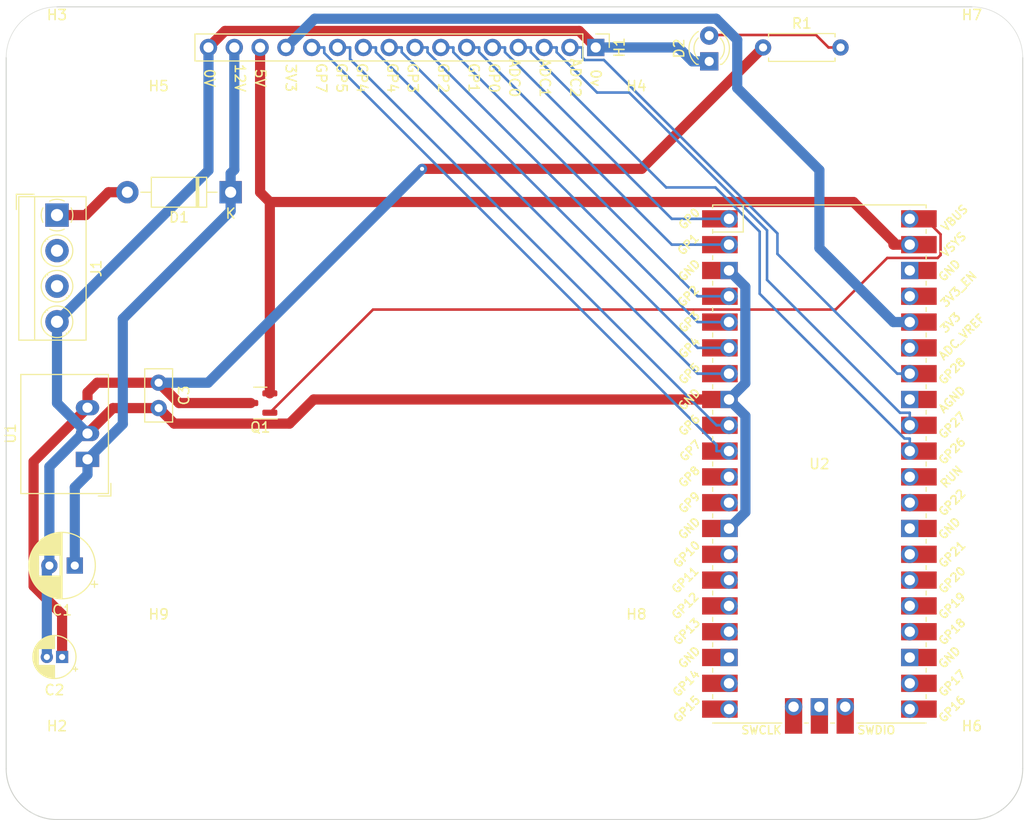
<source format=kicad_pcb>
(kicad_pcb (version 20211014) (generator pcbnew)
  (layers (0 "F.Cu" signal) (31 "B.Cu" signal) (34 "B.Paste" user) (35 "F.Paste" user) (36 "B.SilkS" user "B.Silkscreen") (37 "F.SilkS" user "F.Silkscreen") (38 "B.Mask" user) (39 "F.Mask" user) (44 "Edge.Cuts" user))
  (net 0 "")
  (net 1 "/ADC2")
  (net 2 "/ADC1")
  (net 3 "/ADC0")
  (net 4 "/GP0")
  (net 5 "/GP1")
  (net 6 "/GP2")
  (net 7 "/GP3")
  (net 8 "/GP4")
  (net 9 "/GP5")
  (net 10 "/GP6")
  (net 11 "/GP7")
  (net 12 "/3.3V")
  (net 13 "/5V")
  (net 14 "/12V")
  (net 15 "/GP8")
  (net 16 "/GP9")
  (net 17 "GND")
  (net 18 "Net-(D2-Pad2)")
  (net 45 "Net-(Q1-Pad1)")
  (net 46 "/VSYS")
  (net 47 "/12in")
  (footprint "Converter_DCDC:Converter_DCDC_RECOM_R-78E-0.5_THT" (layer "F.Cu") (at 63 79.54 90)
    (fp_text reference "U1" (at 2.54 -7.56 90) (layer "F.SilkS"))
    (fp_text value "R-78E5.0-1.0")
    (pad "1" thru_hole rect (at 0 0 90) (size 1.5 2.3) (drill 1) (layers *.Cu *.Mask) (net 14 "/12V"))
    (pad "2" thru_hole oval (at 2.54 0 90) (size 1.5 2.3) (drill 1) (layers *.Cu *.Mask) (net 17 "GND"))
    (pad "3" thru_hole oval (at 5.08 0 90) (size 1.5 2.3) (drill 1) (layers *.Cu *.Mask) (net 13 "/5V"))
  )
  (footprint "MountingHole:MountingHole_3.2mm_M3" (layer "F.Cu") (at 117 99)
    (fp_text reference "H8" (at 0 -4.2) (layer "F.SilkS"))
    (fp_text value "MountingHole")
    (pad "" np_thru_hole circle (at 0 0) (size 3.2 3.2) (drill 3.2) (layers *.Cu *.Mask))
  )
  (footprint "MCU_RaspberryPi_and_Boards:RPi_Pico_SMD_TH" (layer "F.Cu") (at 135 80)
    (fp_text reference "U2" (at 0 0) (layer "F.SilkS"))
    (fp_text value "Pico")
    (fp_text user "GP12" (at -13.2 13.97 45) (layer "F.SilkS") (effects (font (size 0.8 0.8))))
    (fp_text user "SWCLK" (at -5.7 26.2) (layer "F.SilkS") (effects (font (size 0.8 0.8))))
    (fp_text user "GP13" (at -13.054 16.51 45) (layer "F.SilkS") (effects (font (size 0.8 0.8))))
    (fp_text user "GP22" (at 13.054 3.81 45) (layer "F.SilkS") (effects (font (size 0.8 0.8))))
    (fp_text user "RUN" (at 13 1.27 45) (layer "F.SilkS") (effects (font (size 0.8 0.8))))
    (fp_text user "GND" (at -12.8 19.05 45) (layer "F.SilkS") (effects (font (size 0.8 0.8))))
    (fp_text user "AGND" (at 13.054 -6.35 45) (layer "F.SilkS") (effects (font (size 0.8 0.8))))
    (fp_text user "GP27" (at 13.054 -3.8 45) (layer "F.SilkS") (effects (font (size 0.8 0.8))))
    (fp_text user "ADC_VREF" (at 14 -12.5 45) (layer "F.SilkS") (effects (font (size 0.8 0.8))))
    (fp_text user "GP7" (at -12.7 -1.3 45) (layer "F.SilkS") (effects (font (size 0.8 0.8))))
    (fp_text user "GND" (at -12.8 -19.05 45) (layer "F.SilkS") (effects (font (size 0.8 0.8))))
    (fp_text user "GP14" (at -13.1 21.59 45) (layer "F.SilkS") (effects (font (size 0.8 0.8))))
    (fp_text user "GP28" (at 13.054 -9.144 45) (layer "F.SilkS") (effects (font (size 0.8 0.8))))
    (fp_text user "3V3_EN" (at 13.7 -17.2 45) (layer "F.SilkS") (effects (font (size 0.8 0.8))))
    (fp_text user "GND" (at 12.8 6.35 45) (layer "F.SilkS") (effects (font (size 0.8 0.8))))
    (fp_text user "3V3" (at 12.9 -13.9 45) (layer "F.SilkS") (effects (font (size 0.8 0.8))))
    (fp_text user "VBUS" (at 13.3 -24.2 45) (layer "F.SilkS") (effects (font (size 0.8 0.8))))
    (fp_text user "GP2" (at -12.9 -16.51 45) (layer "F.SilkS") (effects (font (size 0.8 0.8))))
    (fp_text user "GP1" (at -12.9 -21.6 45) (layer "F.SilkS") (effects (font (size 0.8 0.8))))
    (fp_text user "GP17" (at 13.054 21.59 45) (layer "F.SilkS") (effects (font (size 0.8 0.8))))
    (fp_text user "GP10" (at -13.054 8.89 45) (layer "F.SilkS") (effects (font (size 0.8 0.8))))
    (fp_text user "GND" (at 12.8 -19.05 45) (layer "F.SilkS") (effects (font (size 0.8 0.8))))
    (fp_text user "GND" (at 12.8 19.05 45) (layer "F.SilkS") (effects (font (size 0.8 0.8))))
    (fp_text user "GP16" (at 13.054 24.13 45) (layer "F.SilkS") (effects (font (size 0.8 0.8))))
    (fp_text user "GND" (at -12.8 -6.35 45) (layer "F.SilkS") (effects (font (size 0.8 0.8))))
    (fp_text user "GND" (at -12.8 6.35 45) (layer "F.SilkS") (effects (font (size 0.8 0.8))))
    (fp_text user "VSYS" (at 13.2 -21.59 45) (layer "F.SilkS") (effects (font (size 0.8 0.8))))
    (fp_text user "GP8" (at -12.8 1.27 45) (layer "F.SilkS") (effects (font (size 0.8 0.8))))
    (fp_text user "GP0" (at -12.8 -24.13 45) (layer "F.SilkS") (effects (font (size 0.8 0.8))))
    (fp_text user "SWDIO" (at 5.6 26.2) (layer "F.SilkS") (effects (font (size 0.8 0.8))))
    (fp_text user "GP18" (at 13.054 16.51 45) (layer "F.SilkS") (effects (font (size 0.8 0.8))))
    (fp_text user "GP4" (at -12.8 -11.43 45) (layer "F.SilkS") (effects (font (size 0.8 0.8))))
    (fp_text user "GP6" (at -12.8 -3.81 45) (layer "F.SilkS") (effects (font (size 0.8 0.8))))
    (fp_text user "GP3" (at -12.8 -13.97 45) (layer "F.SilkS") (effects (font (size 0.8 0.8))))
    (fp_text user "GP9" (at -12.8 3.81 45) (layer "F.SilkS") (effects (font (size 0.8 0.8))))
    (fp_text user "GP26" (at 13.054 -1.27 45) (layer "F.SilkS") (effects (font (size 0.8 0.8))))
    (fp_text user "GP20" (at 13.054 11.43 45) (layer "F.SilkS") (effects (font (size 0.8 0.8))))
    (fp_text user "GP5" (at -12.8 -8.89 45) (layer "F.SilkS") (effects (font (size 0.8 0.8))))
    (fp_text user "GP19" (at 13.054 13.97 45) (layer "F.SilkS") (effects (font (size 0.8 0.8))))
    (fp_text user "GP21" (at 13.054 8.9 45) (layer "F.SilkS") (effects (font (size 0.8 0.8))))
    (fp_text user "GP15" (at -13.054 24.13 45) (layer "F.SilkS") (effects (font (size 0.8 0.8))))
    (fp_text user "GP11" (at -13.2 11.43 45) (layer "F.SilkS") (effects (font (size 0.8 0.8))))
    (pad "" np_thru_hole oval (at -2.725 -24) (size 1.8 1.8) (drill 1.8) (layers *.Cu *.Mask))
    (pad "" np_thru_hole oval (at -2.425 -20.97) (size 1.5 1.5) (drill 1.5) (layers *.Cu *.Mask))
    (pad "" np_thru_hole oval (at 2.425 -20.97) (size 1.5 1.5) (drill 1.5) (layers *.Cu *.Mask))
    (pad "" np_thru_hole oval (at 2.725 -24) (size 1.8 1.8) (drill 1.8) (layers *.Cu *.Mask))
    (pad "1" smd rect (at -8.89 -24.13) (size 3.5 1.7) (drill (offset -0.9 0)) (layers "F.Cu" "F.Mask") (net 4 "/GP0"))
    (pad "1" thru_hole oval (at -8.89 -24.13) (size 1.7 1.7) (drill 1.02) (layers *.Cu *.Mask) (net 4 "/GP0"))
    (pad "2" smd rect (at -8.89 -21.59) (size 3.5 1.7) (drill (offset -0.9 0)) (layers "F.Cu" "F.Mask") (net 5 "/GP1"))
    (pad "2" thru_hole oval (at -8.89 -21.59) (size 1.7 1.7) (drill 1.02) (layers *.Cu *.Mask) (net 5 "/GP1"))
    (pad "3" smd rect (at -8.89 -19.05) (size 3.5 1.7) (drill (offset -0.9 0)) (layers "F.Cu" "F.Mask") (net 17 "GND"))
    (pad "3" thru_hole rect (at -8.89 -19.05) (size 1.7 1.7) (drill 1.02) (layers *.Cu *.Mask) (net 17 "GND"))
    (pad "4" smd rect (at -8.89 -16.51) (size 3.5 1.7) (drill (offset -0.9 0)) (layers "F.Cu" "F.Mask") (net 6 "/GP2"))
    (pad "4" thru_hole oval (at -8.89 -16.51) (size 1.7 1.7) (drill 1.02) (layers *.Cu *.Mask) (net 6 "/GP2"))
    (pad "5" thru_hole oval (at -8.89 -13.97) (size 1.7 1.7) (drill 1.02) (layers *.Cu *.Mask) (net 7 "/GP3"))
    (pad "5" smd rect (at -8.89 -13.97) (size 3.5 1.7) (drill (offset -0.9 0)) (layers "F.Cu" "F.Mask") (net 7 "/GP3"))
    (pad "6" smd rect (at -8.89 -11.43) (size 3.5 1.7) (drill (offset -0.9 0)) (layers "F.Cu" "F.Mask") (net 8 "/GP4"))
    (pad "6" thru_hole oval (at -8.89 -11.43) (size 1.7 1.7) (drill 1.02) (layers *.Cu *.Mask) (net 8 "/GP4"))
    (pad "7" smd rect (at -8.89 -8.89) (size 3.5 1.7) (drill (offset -0.9 0)) (layers "F.Cu" "F.Mask") (net 9 "/GP5"))
    (pad "7" thru_hole oval (at -8.89 -8.89) (size 1.7 1.7) (drill 1.02) (layers *.Cu *.Mask) (net 9 "/GP5"))
    (pad "8" thru_hole rect (at -8.89 -6.35) (size 1.7 1.7) (drill 1.02) (layers *.Cu *.Mask) (net 17 "GND"))
    (pad "8" smd rect (at -8.89 -6.35) (size 3.5 1.7) (drill (offset -0.9 0)) (layers "F.Cu" "F.Mask") (net 17 "GND"))
    (pad "9" thru_hole oval (at -8.89 -3.81) (size 1.7 1.7) (drill 1.02) (layers *.Cu *.Mask) (net 10 "/GP6"))
    (pad "9" smd rect (at -8.89 -3.81) (size 3.5 1.7) (drill (offset -0.9 0)) (layers "F.Cu" "F.Mask") (net 10 "/GP6"))
    (pad "10" thru_hole oval (at -8.89 -1.27) (size 1.7 1.7) (drill 1.02) (layers *.Cu *.Mask) (net 11 "/GP7"))
    (pad "10" smd rect (at -8.89 -1.27) (size 3.5 1.7) (drill (offset -0.9 0)) (layers "F.Cu" "F.Mask") (net 11 "/GP7"))
    (pad "11" thru_hole oval (at -8.89 1.27) (size 1.7 1.7) (drill 1.02) (layers *.Cu *.Mask) (net 15 "/GP8"))
    (pad "11" smd rect (at -8.89 1.27) (size 3.5 1.7) (drill (offset -0.9 0)) (layers "F.Cu" "F.Mask") (net 15 "/GP8"))
    (pad "12" thru_hole oval (at -8.89 3.81) (size 1.7 1.7) (drill 1.02) (layers *.Cu *.Mask) (net 16 "/GP9"))
    (pad "12" smd rect (at -8.89 3.81) (size 3.5 1.7) (drill (offset -0.9 0)) (layers "F.Cu" "F.Mask") (net 16 "/GP9"))
    (pad "13" smd rect (at -8.89 6.35) (size 3.5 1.7) (drill (offset -0.9 0)) (layers "F.Cu" "F.Mask") (net 17 "GND"))
    (pad "13" thru_hole rect (at -8.89 6.35) (size 1.7 1.7) (drill 1.02) (layers *.Cu *.Mask) (net 17 "GND"))
    (pad "14" smd rect (at -8.89 8.89) (size 3.5 1.7) (drill (offset -0.9 0)) (layers "F.Cu" "F.Mask"))
    (pad "14" thru_hole oval (at -8.89 8.89) (size 1.7 1.7) (drill 1.02) (layers *.Cu *.Mask))
    (pad "15" smd rect (at -8.89 11.43) (size 3.5 1.7) (drill (offset -0.9 0)) (layers "F.Cu" "F.Mask"))
    (pad "15" thru_hole oval (at -8.89 11.43) (size 1.7 1.7) (drill 1.02) (layers *.Cu *.Mask))
    (pad "16" smd rect (at -8.89 13.97) (size 3.5 1.7) (drill (offset -0.9 0)) (layers "F.Cu" "F.Mask"))
    (pad "16" thru_hole oval (at -8.89 13.97) (size 1.7 1.7) (drill 1.02) (layers *.Cu *.Mask))
    (pad "17" smd rect (at -8.89 16.51) (size 3.5 1.7) (drill (offset -0.9 0)) (layers "F.Cu" "F.Mask"))
    (pad "17" thru_hole oval (at -8.89 16.51) (size 1.7 1.7) (drill 1.02) (layers *.Cu *.Mask))
    (pad "18" thru_hole rect (at -8.89 19.05) (size 1.7 1.7) (drill 1.02) (layers *.Cu *.Mask))
    (pad "18" smd rect (at -8.89 19.05) (size 3.5 1.7) (drill (offset -0.9 0)) (layers "F.Cu" "F.Mask"))
    (pad "19" thru_hole oval (at -8.89 21.59) (size 1.7 1.7) (drill 1.02) (layers *.Cu *.Mask))
    (pad "19" smd rect (at -8.89 21.59) (size 3.5 1.7) (drill (offset -0.9 0)) (layers "F.Cu" "F.Mask"))
    (pad "20" thru_hole oval (at -8.89 24.13) (size 1.7 1.7) (drill 1.02) (layers *.Cu *.Mask))
    (pad "20" smd rect (at -8.89 24.13) (size 3.5 1.7) (drill (offset -0.9 0)) (layers "F.Cu" "F.Mask"))
    (pad "21" smd rect (at 8.89 24.13) (size 3.5 1.7) (drill (offset 0.9 0)) (layers "F.Cu" "F.Mask"))
    (pad "21" thru_hole oval (at 8.89 24.13) (size 1.7 1.7) (drill 1.02) (layers *.Cu *.Mask))
    (pad "22" thru_hole oval (at 8.89 21.59) (size 1.7 1.7) (drill 1.02) (layers *.Cu *.Mask))
    (pad "22" smd rect (at 8.89 21.59) (size 3.5 1.7) (drill (offset 0.9 0)) (layers "F.Cu" "F.Mask"))
    (pad "23" smd rect (at 8.89 19.05) (size 3.5 1.7) (drill (offset 0.9 0)) (layers "F.Cu" "F.Mask"))
    (pad "23" thru_hole rect (at 8.89 19.05) (size 1.7 1.7) (drill 1.02) (layers *.Cu *.Mask))
    (pad "24" thru_hole oval (at 8.89 16.51) (size 1.7 1.7) (drill 1.02) (layers *.Cu *.Mask))
    (pad "24" smd rect (at 8.89 16.51) (size 3.5 1.7) (drill (offset 0.9 0)) (layers "F.Cu" "F.Mask"))
    (pad "25" thru_hole oval (at 8.89 13.97) (size 1.7 1.7) (drill 1.02) (layers *.Cu *.Mask))
    (pad "25" smd rect (at 8.89 13.97) (size 3.5 1.7) (drill (offset 0.9 0)) (layers "F.Cu" "F.Mask"))
    (pad "26" thru_hole oval (at 8.89 11.43) (size 1.7 1.7) (drill 1.02) (layers *.Cu *.Mask))
    (pad "26" smd rect (at 8.89 11.43) (size 3.5 1.7) (drill (offset 0.9 0)) (layers "F.Cu" "F.Mask"))
    (pad "27" thru_hole oval (at 8.89 8.89) (size 1.7 1.7) (drill 1.02) (layers *.Cu *.Mask))
    (pad "27" smd rect (at 8.89 8.89) (size 3.5 1.7) (drill (offset 0.9 0)) (layers "F.Cu" "F.Mask"))
    (pad "28" thru_hole rect (at 8.89 6.35) (size 1.7 1.7) (drill 1.02) (layers *.Cu *.Mask))
    (pad "28" smd rect (at 8.89 6.35) (size 3.5 1.7) (drill (offset 0.9 0)) (layers "F.Cu" "F.Mask"))
    (pad "29" thru_hole oval (at 8.89 3.81) (size 1.7 1.7) (drill 1.02) (layers *.Cu *.Mask))
    (pad "29" smd rect (at 8.89 3.81) (size 3.5 1.7) (drill (offset 0.9 0)) (layers "F.Cu" "F.Mask"))
    (pad "30" smd rect (at 8.89 1.27) (size 3.5 1.7) (drill (offset 0.9 0)) (layers "F.Cu" "F.Mask"))
    (pad "30" thru_hole oval (at 8.89 1.27) (size 1.7 1.7) (drill 1.02) (layers *.Cu *.Mask))
    (pad "31" smd rect (at 8.89 -1.27) (size 3.5 1.7) (drill (offset 0.9 0)) (layers "F.Cu" "F.Mask") (net 3 "/ADC0"))
    (pad "31" thru_hole oval (at 8.89 -1.27) (size 1.7 1.7) (drill 1.02) (layers *.Cu *.Mask) (net 3 "/ADC0"))
    (pad "32" thru_hole oval (at 8.89 -3.81) (size 1.7 1.7) (drill 1.02) (layers *.Cu *.Mask) (net 2 "/ADC1"))
    (pad "32" smd rect (at 8.89 -3.81) (size 3.5 1.7) (drill (offset 0.9 0)) (layers "F.Cu" "F.Mask") (net 2 "/ADC1"))
    (pad "33" smd rect (at 8.89 -6.35) (size 3.5 1.7) (drill (offset 0.9 0)) (layers "F.Cu" "F.Mask"))
    (pad "33" thru_hole rect (at 8.89 -6.35) (size 1.7 1.7) (drill 1.02) (layers *.Cu *.Mask))
    (pad "34" thru_hole oval (at 8.89 -8.89) (size 1.7 1.7) (drill 1.02) (layers *.Cu *.Mask) (net 1 "/ADC2"))
    (pad "34" smd rect (at 8.89 -8.89) (size 3.5 1.7) (drill (offset 0.9 0)) (layers "F.Cu" "F.Mask") (net 1 "/ADC2"))
    (pad "35" smd rect (at 8.89 -11.43) (size 3.5 1.7) (drill (offset 0.9 0)) (layers "F.Cu" "F.Mask"))
    (pad "35" thru_hole oval (at 8.89 -11.43) (size 1.7 1.7) (drill 1.02) (layers *.Cu *.Mask))
    (pad "36" thru_hole oval (at 8.89 -13.97) (size 1.7 1.7) (drill 1.02) (layers *.Cu *.Mask) (net 12 "/3.3V"))
    (pad "36" smd rect (at 8.89 -13.97) (size 3.5 1.7) (drill (offset 0.9 0)) (layers "F.Cu" "F.Mask") (net 12 "/3.3V"))
    (pad "37" smd rect (at 8.89 -16.51) (size 3.5 1.7) (drill (offset 0.9 0)) (layers "F.Cu" "F.Mask"))
    (pad "37" thru_hole oval (at 8.89 -16.51) (size 1.7 1.7) (drill 1.02) (layers *.Cu *.Mask))
    (pad "38" smd rect (at 8.89 -19.05) (size 3.5 1.7) (drill (offset 0.9 0)) (layers "F.Cu" "F.Mask"))
    (pad "38" thru_hole rect (at 8.89 -19.05) (size 1.7 1.7) (drill 1.02) (layers *.Cu *.Mask))
    (pad "39" thru_hole oval (at 8.89 -21.59) (size 1.7 1.7) (drill 1.02) (layers *.Cu *.Mask) (net 46 "/VSYS"))
    (pad "39" smd rect (at 8.89 -21.59) (size 3.5 1.7) (drill (offset 0.9 0)) (layers "F.Cu" "F.Mask") (net 46 "/VSYS"))
    (pad "40" smd rect (at 8.89 -24.13) (size 3.5 1.7) (drill (offset 0.9 0)) (layers "F.Cu" "F.Mask") (net 45 "Net-(Q1-Pad1)"))
    (pad "40" thru_hole oval (at 8.89 -24.13) (size 1.7 1.7) (drill 1.02) (layers *.Cu *.Mask) (net 45 "Net-(Q1-Pad1)"))
    (pad "41" thru_hole oval (at -2.54 23.9) (size 1.7 1.7) (drill 1.02) (layers *.Cu *.Mask))
    (pad "41" smd rect (at -2.54 23.9 90) (size 3.5 1.7) (drill (offset -0.9 0)) (layers "F.Cu" "F.Mask"))
    (pad "42" thru_hole rect (at 0 23.9) (size 1.7 1.7) (drill 1.02) (layers *.Cu *.Mask))
    (pad "42" smd rect (at 0 23.9 90) (size 3.5 1.7) (drill (offset -0.9 0)) (layers "F.Cu" "F.Mask"))
    (pad "43" thru_hole oval (at 2.54 23.9) (size 1.7 1.7) (drill 1.02) (layers *.Cu *.Mask))
    (pad "43" smd rect (at 2.54 23.9 90) (size 3.5 1.7) (drill (offset -0.9 0)) (layers "F.Cu" "F.Mask"))
  )
  (footprint "Capacitor_THT:CP_Radial_D4.0mm_P1.50mm" (layer "F.Cu") (at 60.5 99 180)
    (fp_text reference "C2" (at 0.75 -3.25) (layer "F.SilkS"))
    (fp_text value "4.7uF")
    (pad "1" thru_hole rect (at 0 0 180) (size 1.2 1.2) (drill 0.6) (layers *.Cu *.Mask) (net 13 "/5V"))
    (pad "2" thru_hole circle (at 1.5 0 180) (size 1.2 1.2) (drill 0.6) (layers *.Cu *.Mask) (net 17 "GND"))
  )
  (footprint "MountingHole:MountingHole_3.2mm_M3" (layer "F.Cu") (at 70 99)
    (fp_text reference "H9" (at 0 -4.2) (layer "F.SilkS"))
    (fp_text value "MountingHole")
    (pad "" np_thru_hole circle (at 0 0) (size 3.2 3.2) (drill 3.2) (layers *.Cu *.Mask))
  )
  (footprint "Resistor_THT:R_Axial_DIN0207_L6.3mm_D2.5mm_P7.62mm_Horizontal" (layer "F.Cu") (at 129.46 39)
    (fp_text reference "R1" (at 3.81 -2.37) (layer "F.SilkS"))
    (fp_text value "1k")
    (pad "1" thru_hole circle (at 0 0) (size 1.6 1.6) (drill 0.8) (layers *.Cu *.Mask) (net 13 "/5V"))
    (pad "2" thru_hole oval (at 7.62 0) (size 1.6 1.6) (drill 0.8) (layers *.Cu *.Mask) (net 18 "Net-(D2-Pad2)"))
  )
  (footprint "Diode_THT:D_DO-41_SOD81_P10.16mm_Horizontal" (layer "F.Cu") (at 77.08 53.25 180)
    (fp_text reference "D1" (at 5.08 -2.47) (layer "F.SilkS"))
    (fp_text value "1N4004")
    (fp_text user "K" (at 0 -2.1) (layer "F.SilkS"))
    (pad "1" thru_hole rect (at 0 0 180) (size 2.2 2.2) (drill 1.1) (layers *.Cu *.Mask) (net 14 "/12V"))
    (pad "2" thru_hole oval (at 10.16 0 180) (size 2.2 2.2) (drill 1.1) (layers *.Cu *.Mask) (net 47 "/12in"))
  )
  (footprint "Capacitor_THT:CP_Radial_D6.3mm_P2.50mm" (layer "F.Cu") (at 61.75 90 180)
    (fp_text reference "C1" (at 1.25 -4.4) (layer "F.SilkS"))
    (fp_text value "100uF")
    (pad "1" thru_hole rect (at 0 0 180) (size 1.6 1.6) (drill 0.8) (layers *.Cu *.Mask) (net 14 "/12V"))
    (pad "2" thru_hole circle (at 2.5 0 180) (size 1.6 1.6) (drill 0.8) (layers *.Cu *.Mask) (net 17 "GND"))
  )
  (footprint "MountingHole:MountingHole_3.2mm_M3" (layer "F.Cu") (at 117 47)
    (fp_text reference "H4" (at 0 -4.2) (layer "F.SilkS"))
    (fp_text value "MountingHole")
    (pad "" np_thru_hole circle (at 0 0) (size 3.2 3.2) (drill 3.2) (layers *.Cu *.Mask))
  )
  (footprint "Capacitor_THT:C_Disc_D5.0mm_W2.5mm_P2.50mm" (layer "F.Cu") (at 70 72 -90)
    (fp_text reference "C3" (at 1.25 -2.5 90) (layer "F.SilkS"))
    (fp_text value "100nF")
    (pad "1" thru_hole circle (at 0 0 270) (size 1.6 1.6) (drill 0.8) (layers *.Cu *.Mask) (net 13 "/5V"))
    (pad "2" thru_hole circle (at 2.5 0 270) (size 1.6 1.6) (drill 0.8) (layers *.Cu *.Mask) (net 17 "GND"))
  )
  (footprint "Connector_PinHeader_2.54mm:PinHeader_1x16_P2.54mm_Vertical" (layer "F.Cu") (at 113 39 -90)
    (fp_text reference "H1" (at 0 -2.33 -90) (layer "F.SilkS"))
    (fp_text value "Conn_01x16")
    (pad "1" thru_hole rect (at 0 0 270) (size 1.7 1.7) (drill 1) (layers *.Cu *.Mask) (net 17 "GND"))
    (pad "2" thru_hole oval (at 0 2.54 270) (size 1.7 1.7) (drill 1) (layers *.Cu *.Mask) (net 1 "/ADC2"))
    (pad "3" thru_hole oval (at 0 5.08 270) (size 1.7 1.7) (drill 1) (layers *.Cu *.Mask) (net 2 "/ADC1"))
    (pad "4" thru_hole oval (at 0 7.62 270) (size 1.7 1.7) (drill 1) (layers *.Cu *.Mask) (net 3 "/ADC0"))
    (pad "5" thru_hole oval (at 0 10.16 270) (size 1.7 1.7) (drill 1) (layers *.Cu *.Mask) (net 4 "/GP0"))
    (pad "6" thru_hole oval (at 0 12.7 270) (size 1.7 1.7) (drill 1) (layers *.Cu *.Mask) (net 5 "/GP1"))
    (pad "7" thru_hole oval (at 0 15.24 270) (size 1.7 1.7) (drill 1) (layers *.Cu *.Mask) (net 6 "/GP2"))
    (pad "8" thru_hole oval (at 0 17.78 270) (size 1.7 1.7) (drill 1) (layers *.Cu *.Mask) (net 7 "/GP3"))
    (pad "9" thru_hole oval (at 0 20.32 270) (size 1.7 1.7) (drill 1) (layers *.Cu *.Mask) (net 8 "/GP4"))
    (pad "10" thru_hole oval (at 0 22.86 270) (size 1.7 1.7) (drill 1) (layers *.Cu *.Mask) (net 9 "/GP5"))
    (pad "11" thru_hole oval (at 0 25.4 270) (size 1.7 1.7) (drill 1) (layers *.Cu *.Mask) (net 10 "/GP6"))
    (pad "12" thru_hole oval (at 0 27.94 270) (size 1.7 1.7) (drill 1) (layers *.Cu *.Mask) (net 11 "/GP7"))
    (pad "13" thru_hole oval (at 0 30.48 270) (size 1.7 1.7) (drill 1) (layers *.Cu *.Mask) (net 12 "/3.3V"))
    (pad "14" thru_hole oval (at 0 33.02 270) (size 1.7 1.7) (drill 1) (layers *.Cu *.Mask) (net 46 "/VSYS"))
    (pad "15" thru_hole oval (at 0 35.56 270) (size 1.7 1.7) (drill 1) (layers *.Cu *.Mask) (net 14 "/12V"))
    (pad "16" thru_hole oval (at 0 38.1 270) (size 1.7 1.7) (drill 1) (layers *.Cu *.Mask) (net 17 "GND"))
  )
  (footprint "MountingHole:MountingHole_3.2mm_M3" (layer "F.Cu") (at 60 40)
    (fp_text reference "H3" (at 0 -4.2) (layer "F.SilkS"))
    (fp_text value "MountingHole")
    (pad "" np_thru_hole circle (at 0 0) (size 3.2 3.2) (drill 3.2) (layers *.Cu *.Mask))
  )
  (footprint "Package_TO_SOT_SMD:SOT-23" (layer "F.Cu") (at 80 74 180)
    (fp_text reference "Q1" (at 0 -2.4) (layer "F.SilkS"))
    (fp_text value "DMG2305UX-7")
    (pad "1" smd roundrect (at -0.9375 -0.95 180) (size 1.475 0.6) (layers "F.Cu" "F.Paste" "F.Mask") (net 45 "Net-(Q1-Pad1)"))
    (pad "2" smd roundrect (at -0.9375 0.95 180) (size 1.475 0.6) (layers "F.Cu" "F.Paste" "F.Mask") (net 46 "/VSYS"))
    (pad "3" smd roundrect (at 0.9375 0 180) (size 1.475 0.6) (layers "F.Cu" "F.Paste" "F.Mask") (net 13 "/5V"))
  )
  (footprint "TerminalBlock_MetzConnect:TerminalBlock_MetzConnect_Type059_RT06304HBWC_1x04_P3.50mm_Horizontal" (layer "F.Cu") (at 60 55.5 -90)
    (fp_text reference "J1" (at 5.25 -3.86 90) (layer "F.SilkS"))
    (fp_text value "Screw_Terminal_01x04")
    (pad "1" thru_hole rect (at 0 0 270) (size 2.3 2.3) (drill 1.2) (layers *.Cu *.Mask) (net 47 "/12in"))
    (pad "2" thru_hole circle (at 3.5 0 270) (size 2.3 2.3) (drill 1.2) (layers *.Cu *.Mask))
    (pad "3" thru_hole circle (at 7 0 270) (size 2.3 2.3) (drill 1.2) (layers *.Cu *.Mask))
    (pad "4" thru_hole circle (at 10.5 0 270) (size 2.3 2.3) (drill 1.2) (layers *.Cu *.Mask) (net 17 "GND"))
  )
  (footprint "LED_THT:LED_D3.0mm" (layer "F.Cu") (at 124.16 40.37 90)
    (fp_text reference "D2" (at 1.27 -2.96 90) (layer "F.SilkS"))
    (fp_text value "LED")
    (pad "1" thru_hole rect (at 0 0 90) (size 1.8 1.8) (drill 0.9) (layers *.Cu *.Mask) (net 17 "GND"))
    (pad "2" thru_hole circle (at 2.54 0 90) (size 1.8 1.8) (drill 0.9) (layers *.Cu *.Mask) (net 18 "Net-(D2-Pad2)"))
  )
  (footprint "MountingHole:MountingHole_3.2mm_M3" (layer "F.Cu") (at 70 47)
    (fp_text reference "H5" (at 0 -4.2) (layer "F.SilkS"))
    (fp_text value "MountingHole")
    (pad "" np_thru_hole circle (at 0 0) (size 3.2 3.2) (drill 3.2) (layers *.Cu *.Mask))
  )
  (footprint "MountingHole:MountingHole_3.2mm_M3" (layer "F.Cu") (at 150 110)
    (fp_text reference "H6" (at 0 -4.2) (layer "F.SilkS"))
    (fp_text value "MountingHole")
    (pad "" np_thru_hole circle (at 0 0) (size 3.2 3.2) (drill 3.2) (layers *.Cu *.Mask))
  )
  (footprint "MountingHole:MountingHole_3.2mm_M3" (layer "F.Cu") (at 60 110)
    (fp_text reference "H2" (at 0 -4.2) (layer "F.SilkS"))
    (fp_text value "MountingHole")
    (pad "" np_thru_hole circle (at 0 0) (size 3.2 3.2) (drill 3.2) (layers *.Cu *.Mask))
  )
  (footprint "MountingHole:MountingHole_3.2mm_M3" (layer "F.Cu") (at 150 40)
    (fp_text reference "H7" (at 0 -4.2) (layer "F.SilkS"))
    (fp_text value "MountingHole")
    (pad "" np_thru_hole circle (at 0 0) (size 3.2 3.2) (drill 3.2) (layers *.Cu *.Mask))
  )
  (gr_arc (start 60 115) (mid 56.464466 113.535534) (end 55 110) (layer "Edge.Cuts") (width 0.1))
  (gr_arc (start 155 110) (mid 153.535534 113.535534) (end 150 115) (layer "Edge.Cuts") (width 0.1))
  (gr_line (start 55 110) (end 55 40) (layer "Edge.Cuts") (width 0.1))
  (gr_line (start 155 40) (end 155 110) (layer "Edge.Cuts") (width 0.1))
  (gr_line (start 60 35) (end 150 35) (layer "Edge.Cuts") (width 0.1))
  (gr_arc (start 55 40) (mid 56.464466 36.464466) (end 60 35) (layer "Edge.Cuts") (width 0.05))
  (gr_arc (start 150 35) (mid 153.535534 36.464466) (end 155 40) (layer "Edge.Cuts") (width 0.05))
  (gr_line (start 150 115) (end 60 115) (layer "Edge.Cuts") (width 0.1))
  (gr_text "12V" (at 78 42 -90) (layer "F.SilkS") (effects (font (size 1 1))))
  (gr_text "GP4" (at 93 42 -90) (layer "F.SilkS") (effects (font (size 1 1))))
  (gr_text "0v\n" (at 113 42 270) (layer "F.SilkS") (effects (font (size 1 1))))
  (gr_text "GP0" (at 103 42 270) (layer "F.SilkS") (effects (font (size 1 1))))
  (gr_text "GP7" (at 86 42 -90) (layer "F.SilkS") (effects (font (size 1 1))))
  (gr_text "5V" (at 80 42 -90) (layer "F.SilkS") (effects (font (size 1 1))))
  (gr_text "ADC2\n" (at 111 42 270) (layer "F.SilkS") (effects (font (size 1 1))))
  (gr_text "GP3" (at 95 42 -90) (layer "F.SilkS") (effects (font (size 1 1))))
  (gr_text "0V" (at 75 42 -90) (layer "F.SilkS") (effects (font (size 1 1))))
  (gr_text "3V3" (at 83 42 -90) (layer "F.SilkS") (effects (font (size 1 1))))
  (gr_text "GP1" (at 101 42 270) (layer "F.SilkS") (effects (font (size 1 1))))
  (gr_text "GP5" (at 88 42 -90) (layer "F.SilkS") (effects (font (size 1 1))))
  (gr_text "GP2\n" (at 98 42 -90) (layer "F.SilkS") (effects (font (size 1 1))))
  (gr_text "ADC1" (at 108 42 270) (layer "F.SilkS") (effects (font (size 1 1))))
  (gr_text "ADC0\n" (at 105 42 270) (layer "F.SilkS") (effects (font (size 1 1))))
  (gr_text "GP4" (at 90 42 -90) (layer "F.SilkS") (effects (font (size 1 1))))
  (segment (start 130.8709 59.322) (end 130.8709 57.3052) (width 0.254) (layer "B.Cu") (net 1))
  (segment (start 113.7968 40.2311) (end 111.9219 40.2311) (width 0.254) (layer "B.Cu") (net 1))
  (segment (start 111.6911 40.0003) (end 111.6911 39) (width 0.254) (layer "B.Cu") (net 1))
  (segment (start 110.46 39) (end 111.6911 39) (width 0.254) (layer "B.Cu") (net 1))
  (segment (start 111.9219 40.2311) (end 111.6911 40.0003) (width 0.254) (layer "B.Cu") (net 1))
  (segment (start 130.8709 57.3052) (end 113.7968 40.2311) (width 0.254) (layer "B.Cu") (net 1))
  (segment (start 142.6589 71.11) (end 130.8709 59.322) (width 0.254) (layer "B.Cu") (net 1))
  (segment (start 143.89 71.11) (end 142.6589 71.11) (width 0.254) (layer "B.Cu") (net 1))
  (segment (start 129.8494 61.8791) (end 142.9292 74.9589) (width 0.254) (layer "B.Cu") (net 2))
  (segment (start 142.9292 74.9589) (end 143.89 74.9589) (width 0.254) (layer "B.Cu") (net 2))
  (segment (start 113.1267 43.4373) (end 116.2843 43.4373) (width 0.254) (layer "B.Cu") (net 2))
  (segment (start 109.1511 39.4617) (end 113.1267 43.4373) (width 0.254) (layer "B.Cu") (net 2))
  (segment (start 143.89 76.19) (end 143.89 74.9589) (width 0.254) (layer "B.Cu") (net 2))
  (segment (start 107.92 39) (end 109.1511 39) (width 0.254) (layer "B.Cu") (net 2))
  (segment (start 129.8494 57.0024) (end 129.8494 61.8791) (width 0.254) (layer "B.Cu") (net 2))
  (segment (start 116.2843 43.4373) (end 129.8494 57.0024) (width 0.254) (layer "B.Cu") (net 2))
  (segment (start 109.1511 39) (end 109.1511 39.4617) (width 0.254) (layer "B.Cu") (net 2))
  (segment (start 106.6111 39.4617) (end 119.9277 52.7783) (width 0.254) (layer "B.Cu") (net 3))
  (segment (start 106.6111 39) (end 106.6111 39.4617) (width 0.254) (layer "B.Cu") (net 3))
  (segment (start 143.3797 77.4989) (end 143.89 77.4989) (width 0.254) (layer "B.Cu") (net 3))
  (segment (start 129.1259 63.2451) (end 143.3797 77.4989) (width 0.254) (layer "B.Cu") (net 3))
  (segment (start 119.9277 52.7783) (end 124.7766 52.7783) (width 0.254) (layer "B.Cu") (net 3))
  (segment (start 143.89 78.73) (end 143.89 77.4989) (width 0.254) (layer "B.Cu") (net 3))
  (segment (start 129.1259 57.1276) (end 129.1259 63.2451) (width 0.254) (layer "B.Cu") (net 3))
  (segment (start 105.38 39) (end 106.6111 39) (width 0.254) (layer "B.Cu") (net 3))
  (segment (start 124.7766 52.7783) (end 129.1259 57.1276) (width 0.254) (layer "B.Cu") (net 3))
  (segment (start 102.84 39) (end 104.0711 39) (width 0.254) (layer "B.Cu") (net 4))
  (segment (start 104.0711 39) (end 104.0711 39.4617) (width 0.254) (layer "B.Cu") (net 4))
  (segment (start 104.0711 39.4617) (end 120.4794 55.87) (width 0.254) (layer "B.Cu") (net 4))
  (segment (start 120.4794 55.87) (end 126.11 55.87) (width 0.254) (layer "B.Cu") (net 4))
  (segment (start 101.5311 39.4617) (end 120.4794 58.41) (width 0.254) (layer "B.Cu") (net 5))
  (segment (start 100.3 39) (end 101.5311 39) (width 0.254) (layer "B.Cu") (net 5))
  (segment (start 101.5311 39) (end 101.5311 39.4617) (width 0.254) (layer "B.Cu") (net 5))
  (segment (start 120.4794 58.41) (end 126.11 58.41) (width 0.254) (layer "B.Cu") (net 5))
  (segment (start 98.9911 39) (end 98.9911 39.4617) (width 0.254) (layer "B.Cu") (net 6))
  (segment (start 123.0194 63.49) (end 126.11 63.49) (width 0.254) (layer "B.Cu") (net 6))
  (segment (start 97.76 39) (end 98.9911 39) (width 0.254) (layer "B.Cu") (net 6))
  (segment (start 98.9911 39.4617) (end 123.0194 63.49) (width 0.254) (layer "B.Cu") (net 6))
  (segment (start 95.22 39) (end 96.4511 39) (width 0.254) (layer "B.Cu") (net 7))
  (segment (start 96.4511 39.4617) (end 123.0194 66.03) (width 0.254) (layer "B.Cu") (net 7))
  (segment (start 96.4511 39) (end 96.4511 39.4617) (width 0.254) (layer "B.Cu") (net 7))
  (segment (start 123.0194 66.03) (end 126.11 66.03) (width 0.254) (layer "B.Cu") (net 7))
  (segment (start 93.9111 39.4617) (end 123.0194 68.57) (width 0.254) (layer "B.Cu") (net 8))
  (segment (start 92.68 39) (end 93.9111 39) (width 0.254) (layer "B.Cu") (net 8))
  (segment (start 123.0194 68.57) (end 126.11 68.57) (width 0.254) (layer "B.Cu") (net 8))
  (segment (start 93.9111 39) (end 93.9111 39.4617) (width 0.254) (layer "B.Cu") (net 8))
  (segment (start 91.3711 39) (end 91.3711 39.4617) (width 0.254) (layer "B.Cu") (net 9))
  (segment (start 90.14 39) (end 91.3711 39) (width 0.254) (layer "B.Cu") (net 9))
  (segment (start 91.3711 39.4617) (end 123.0194 71.11) (width 0.254) (layer "B.Cu") (net 9))
  (segment (start 123.0194 71.11) (end 126.11 71.11) (width 0.254) (layer "B.Cu") (net 9))
  (segment (start 87.6 39) (end 88.8311 39) (width 0.254) (layer "B.Cu") (net 10))
  (segment (start 126.11 76.19) (end 124.8789 76.19) (width 0.254) (layer "B.Cu") (net 10))
  (segment (start 88.8311 39) (end 88.8311 40.1422) (width 0.254) (layer "B.Cu") (net 10))
  (segment (start 88.8311 40.1422) (end 124.8789 76.19) (width 0.254) (layer "B.Cu") (net 10))
  (segment (start 86.2911 39.5353) (end 124.8789 78.1231) (width 0.254) (layer "B.Cu") (net 11))
  (segment (start 86.2911 39) (end 86.2911 39.5353) (width 0.254) (layer "B.Cu") (net 11))
  (segment (start 124.8789 78.1231) (end 124.8789 78.73) (width 0.254) (layer "B.Cu") (net 11))
  (segment (start 85.06 39) (end 86.2911 39) (width 0.254) (layer "B.Cu") (net 11))
  (segment (start 126.11 78.73) (end 124.8789 78.73) (width 0.254) (layer "B.Cu") (net 11))
  (segment (start 142.2835 66.03) (end 143.89 66.03) (width 1) (layer "B.Cu") (net 12))
  (segment (start 82.52 39) (end 85.3478 36.1722) (width 1) (layer "B.Cu") (net 12))
  (segment (start 135 51.0724) (end 135 58.7465) (width 1) (layer "B.Cu") (net 12))
  (segment (start 85.3478 36.1722) (end 124.8433 36.1722) (width 1) (layer "B.Cu") (net 12))
  (segment (start 135 58.7465) (end 142.2835 66.03) (width 1) (layer "B.Cu") (net 12))
  (segment (start 124.8433 36.1722) (end 126.9168 38.2457) (width 1) (layer "B.Cu") (net 12))
  (segment (start 126.9168 42.9892) (end 135 51.0724) (width 1) (layer "B.Cu") (net 12))
  (segment (start 126.9168 38.2457) (end 126.9168 42.9892) (width 1) (layer "B.Cu") (net 12))
  (segment (start 57.6956 92.0173) (end 60.5 94.8217) (width 1) (layer "F.Cu") (net 13))
  (segment (start 129.46 39) (end 117.5113 50.9487) (width 1) (layer "F.Cu") (net 13))
  (segment (start 63 74.46) (end 57.6956 79.7644) (width 1) (layer "F.Cu") (net 13))
  (segment (start 117.5113 50.9487) (end 95.9141 50.9487) (width 1) (layer "F.Cu") (net 13))
  (segment (start 63.9559 72) (end 63 72.9559) (width 1) (layer "F.Cu") (net 13))
  (segment (start 79.0625 74) (end 72 74) (width 1) (layer "F.Cu") (net 13))
  (segment (start 70 72) (end 63.9559 72) (width 1) (layer "F.Cu") (net 13))
  (segment (start 57.6956 79.7644) (end 57.6956 92.0173) (width 1) (layer "F.Cu") (net 13))
  (segment (start 60.5 94.8217) (end 60.5 99) (width 1) (layer "F.Cu") (net 13))
  (segment (start 72 74) (end 70 72) (width 1) (layer "F.Cu") (net 13))
  (segment (start 63 74.46) (end 63 72.9559) (width 1) (layer "F.Cu") (net 13))
  (via (at 95.9141 50.9487) (size 0.8) (drill 0.4) (layers "F.Cu" "B.Cu") (net 13))
  (segment (start 74.8628 72) (end 70 72) (width 1) (layer "B.Cu") (net 13))
  (segment (start 95.9141 50.9487) (end 74.8628 72) (width 1) (layer "B.Cu") (net 13))
  (segment (start 63 81.0441) (end 61.75 82.2941) (width 1) (layer "B.Cu") (net 14))
  (segment (start 77.08 55.1041) (end 66.4731 65.711) (width 1) (layer "B.Cu") (net 14))
  (segment (start 66.4731 76.0669) (end 63 79.54) (width 1) (layer "B.Cu") (net 14))
  (segment (start 77.44 39) (end 77.44 51.0359) (width 1) (layer "B.Cu") (net 14))
  (segment (start 77.08 53.25) (end 77.08 55.1041) (width 1) (layer "B.Cu") (net 14))
  (segment (start 77.08 53.25) (end 77.08 51.3959) (width 1) (layer "B.Cu") (net 14))
  (segment (start 61.75 82.2941) (end 61.75 90) (width 1) (layer "B.Cu") (net 14))
  (segment (start 77.44 51.0359) (end 77.08 51.3959) (width 1) (layer "B.Cu") (net 14))
  (segment (start 66.4731 65.711) (end 66.4731 76.0669) (width 1) (layer "B.Cu") (net 14))
  (segment (start 63 79.54) (end 63 81.0441) (width 1) (layer "B.Cu") (net 14))
  (segment (start 63 77) (end 65.5 74.5) (width 1) (layer "F.Cu") (net 17))
  (segment (start 85.248 73.65) (end 82.8748 76.0232) (width 1) (layer "F.Cu") (net 17))
  (segment (start 74.9 39) (end 76.5265 37.3735) (width 1) (layer "F.Cu") (net 17))
  (segment (start 126.11 73.65) (end 85.248 73.65) (width 1) (layer "F.Cu") (net 17))
  (segment (start 65.5 74.5) (end 70 74.5) (width 1) (layer "F.Cu") (net 17))
  (segment (start 111.3735 37.3735) (end 113 39) (width 1) (layer "F.Cu") (net 17))
  (segment (start 76.5265 37.3735) (end 111.3735 37.3735) (width 1) (layer "F.Cu") (net 17))
  (segment (start 82.8748 76.0232) (end 71.5232 76.0232) (width 1) (layer "F.Cu") (net 17))
  (segment (start 71.5232 76.0232) (end 70 74.5) (width 1) (layer "F.Cu") (net 17))
  (segment (start 127.7228 75.2628) (end 127.7228 84.7372) (width 1) (layer "B.Cu") (net 17))
  (segment (start 60 74) (end 62.7606 76.7605) (width 1) (layer "B.Cu") (net 17))
  (segment (start 62.7606 76.7605) (end 63 77) (width 1) (layer "B.Cu") (net 17))
  (segment (start 127.7228 84.7372) (end 126.11 86.35) (width 1) (layer "B.Cu") (net 17))
  (segment (start 74.9 51.1) (end 60 66) (width 1) (layer "B.Cu") (net 17))
  (segment (start 59.25 80.2711) (end 62.7606 76.7605) (width 1) (layer "B.Cu") (net 17))
  (segment (start 126.11 60.95) (end 127.7142 62.5542) (width 1) (layer "B.Cu") (net 17))
  (segment (start 124.16 40.37) (end 122.5059 40.37) (width 1) (layer "B.Cu") (net 17))
  (segment (start 59 99) (end 59 90.25) (width 1) (layer "B.Cu") (net 17))
  (segment (start 127.7142 72.0458) (end 126.11 73.65) (width 1) (layer "B.Cu") (net 17))
  (segment (start 74.9 39) (end 74.9 51.1) (width 1) (layer "B.Cu") (net 17))
  (segment (start 126.11 73.65) (end 127.7228 75.2628) (width 1) (layer "B.Cu") (net 17))
  (segment (start 59 90.25) (end 59.25 90) (width 1) (layer "B.Cu") (net 17))
  (segment (start 127.7142 62.5542) (end 127.7142 72.0458) (width 1) (layer "B.Cu") (net 17))
  (segment (start 59.25 90) (end 59.25 80.2711) (width 1) (layer "B.Cu") (net 17))
  (segment (start 60 66) (end 60 74) (width 1) (layer "B.Cu") (net 17))
  (segment (start 122.5059 40.37) (end 121.1359 39) (width 1) (layer "B.Cu") (net 17))
  (segment (start 121.1359 39) (end 113 39) (width 1) (layer "B.Cu") (net 17))
  (segment (start 134.6693 37.7704) (end 135.8989 39) (width 0.254) (layer "F.Cu") (net 18))
  (segment (start 124.16 37.83) (end 124.2196 37.7704) (width 0.254) (layer "F.Cu") (net 18))
  (segment (start 124.2196 37.7704) (end 134.6693 37.7704) (width 0.254) (layer "F.Cu") (net 18))
  (segment (start 137.08 39) (end 135.8989 39) (width 0.254) (layer "F.Cu") (net 18))
  (segment (start 136.5952 64.7988) (end 141.6752 59.7188) (width 0.254) (layer "F.Cu") (net 45))
  (segment (start 80.9375 74.95) (end 91.0887 64.7988) (width 0.254) (layer "F.Cu") (net 45))
  (segment (start 146.6355 59.7188) (end 146.9212 59.4331) (width 0.254) (layer "F.Cu") (net 45))
  (segment (start 91.0887 64.7988) (end 136.5952 64.7988) (width 0.254) (layer "F.Cu") (net 45))
  (segment (start 146.9212 59.4331) (end 146.9212 57.3941) (width 0.254) (layer "F.Cu") (net 45))
  (segment (start 146.9212 57.3941) (end 145.3971 55.87) (width 0.254) (layer "F.Cu") (net 45))
  (segment (start 141.6752 59.7188) (end 146.6355 59.7188) (width 0.254) (layer "F.Cu") (net 45))
  (segment (start 145.3971 55.87) (end 143.89 55.87) (width 0.254) (layer "F.Cu") (net 45))
  (segment (start 80.9375 54.2113) (end 138.3546 54.2113) (width 1) (layer "F.Cu") (net 46))
  (segment (start 138.3546 54.2113) (end 142.2859 58.1426) (width 1) (layer "F.Cu") (net 46))
  (segment (start 143.89 58.41) (end 142.2859 58.41) (width 1) (layer "F.Cu") (net 46))
  (segment (start 79.98 39) (end 79.98 53.2538) (width 1) (layer "F.Cu") (net 46))
  (segment (start 80.9375 73.05) (end 80.9375 54.2113) (width 1) (layer "F.Cu") (net 46))
  (segment (start 142.2859 58.1426) (end 142.2859 58.41) (width 1) (layer "F.Cu") (net 46))
  (segment (start 79.98 53.2538) (end 80.9375 54.2113) (width 1) (layer "F.Cu") (net 46))
  (segment (start 66.92 53.25) (end 65.0659 53.25) (width 1) (layer "F.Cu") (net 47))
  (segment (start 60 55.5) (end 62.8159 55.5) (width 1) (layer "F.Cu") (net 47))
  (segment (start 62.8159 55.5) (end 65.0659 53.25) (width 1) (layer "F.Cu") (net 47))
)
</source>
